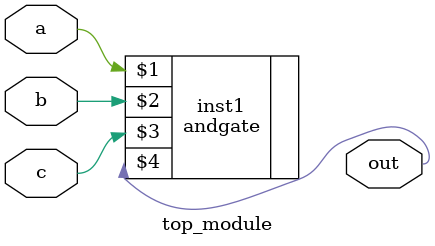
<source format=v>
module top_module (input a, input b, input c, output out);//

    andgate inst1 ( a, b, c, out );

endmodule

// module andgate ( output out, input a, input b, input c, input d, input e );
</source>
